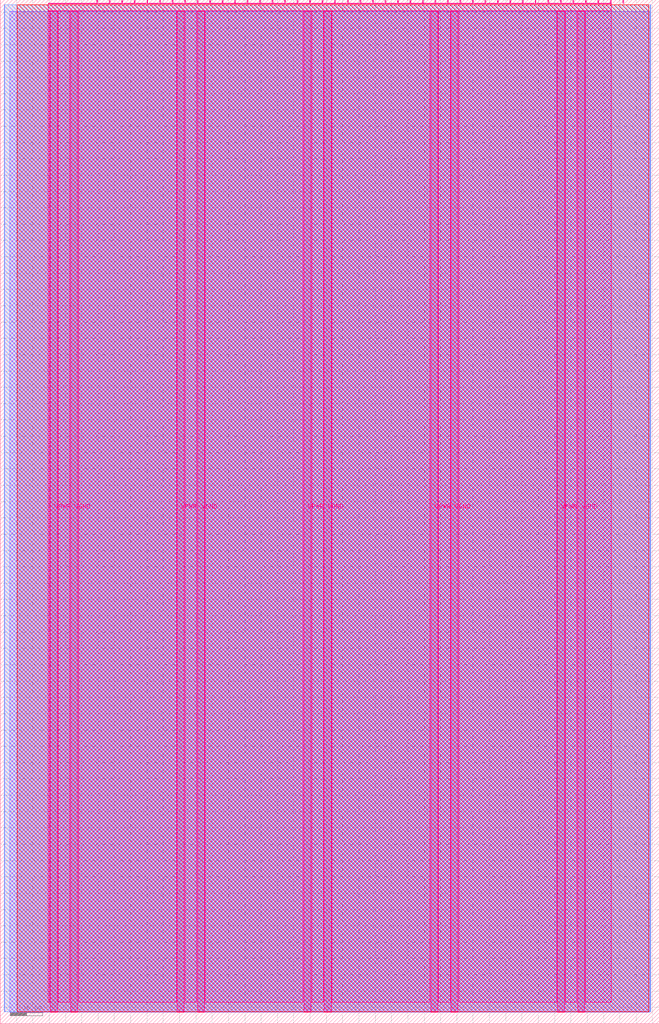
<source format=lef>
VERSION 5.7 ;
  NOWIREEXTENSIONATPIN ON ;
  DIVIDERCHAR "/" ;
  BUSBITCHARS "[]" ;
MACRO tt_um_rejunity_vga_test01
  CLASS BLOCK ;
  FOREIGN tt_um_rejunity_vga_test01 ;
  ORIGIN 0.000 0.000 ;
  SIZE 202.080 BY 313.740 ;
  PIN VGND
    DIRECTION INOUT ;
    USE GROUND ;
    PORT
      LAYER Metal5 ;
        RECT 21.580 3.560 23.780 310.180 ;
    END
    PORT
      LAYER Metal5 ;
        RECT 60.450 3.560 62.650 310.180 ;
    END
    PORT
      LAYER Metal5 ;
        RECT 99.320 3.560 101.520 310.180 ;
    END
    PORT
      LAYER Metal5 ;
        RECT 138.190 3.560 140.390 310.180 ;
    END
    PORT
      LAYER Metal5 ;
        RECT 177.060 3.560 179.260 310.180 ;
    END
  END VGND
  PIN VPWR
    DIRECTION INOUT ;
    USE POWER ;
    PORT
      LAYER Metal5 ;
        RECT 15.380 3.560 17.580 310.180 ;
    END
    PORT
      LAYER Metal5 ;
        RECT 54.250 3.560 56.450 310.180 ;
    END
    PORT
      LAYER Metal5 ;
        RECT 93.120 3.560 95.320 310.180 ;
    END
    PORT
      LAYER Metal5 ;
        RECT 131.990 3.560 134.190 310.180 ;
    END
    PORT
      LAYER Metal5 ;
        RECT 170.860 3.560 173.060 310.180 ;
    END
  END VPWR
  PIN clk
    DIRECTION INPUT ;
    USE SIGNAL ;
    ANTENNAGATEAREA 0.213200 ;
    PORT
      LAYER Metal5 ;
        RECT 187.050 312.740 187.350 313.740 ;
    END
  END clk
  PIN ena
    DIRECTION INPUT ;
    USE SIGNAL ;
    PORT
      LAYER Metal5 ;
        RECT 190.890 312.740 191.190 313.740 ;
    END
  END ena
  PIN rst_n
    DIRECTION INPUT ;
    USE SIGNAL ;
    ANTENNAGATEAREA 0.842400 ;
    PORT
      LAYER Metal5 ;
        RECT 183.210 312.740 183.510 313.740 ;
    END
  END rst_n
  PIN ui_in[0]
    DIRECTION INPUT ;
    USE SIGNAL ;
    PORT
      LAYER Metal5 ;
        RECT 179.370 312.740 179.670 313.740 ;
    END
  END ui_in[0]
  PIN ui_in[1]
    DIRECTION INPUT ;
    USE SIGNAL ;
    PORT
      LAYER Metal5 ;
        RECT 175.530 312.740 175.830 313.740 ;
    END
  END ui_in[1]
  PIN ui_in[2]
    DIRECTION INPUT ;
    USE SIGNAL ;
    PORT
      LAYER Metal5 ;
        RECT 171.690 312.740 171.990 313.740 ;
    END
  END ui_in[2]
  PIN ui_in[3]
    DIRECTION INPUT ;
    USE SIGNAL ;
    PORT
      LAYER Metal5 ;
        RECT 167.850 312.740 168.150 313.740 ;
    END
  END ui_in[3]
  PIN ui_in[4]
    DIRECTION INPUT ;
    USE SIGNAL ;
    PORT
      LAYER Metal5 ;
        RECT 164.010 312.740 164.310 313.740 ;
    END
  END ui_in[4]
  PIN ui_in[5]
    DIRECTION INPUT ;
    USE SIGNAL ;
    PORT
      LAYER Metal5 ;
        RECT 160.170 312.740 160.470 313.740 ;
    END
  END ui_in[5]
  PIN ui_in[6]
    DIRECTION INPUT ;
    USE SIGNAL ;
    PORT
      LAYER Metal5 ;
        RECT 156.330 312.740 156.630 313.740 ;
    END
  END ui_in[6]
  PIN ui_in[7]
    DIRECTION INPUT ;
    USE SIGNAL ;
    PORT
      LAYER Metal5 ;
        RECT 152.490 312.740 152.790 313.740 ;
    END
  END ui_in[7]
  PIN uio_in[0]
    DIRECTION INPUT ;
    USE SIGNAL ;
    PORT
      LAYER Metal5 ;
        RECT 148.650 312.740 148.950 313.740 ;
    END
  END uio_in[0]
  PIN uio_in[1]
    DIRECTION INPUT ;
    USE SIGNAL ;
    PORT
      LAYER Metal5 ;
        RECT 144.810 312.740 145.110 313.740 ;
    END
  END uio_in[1]
  PIN uio_in[2]
    DIRECTION INPUT ;
    USE SIGNAL ;
    PORT
      LAYER Metal5 ;
        RECT 140.970 312.740 141.270 313.740 ;
    END
  END uio_in[2]
  PIN uio_in[3]
    DIRECTION INPUT ;
    USE SIGNAL ;
    PORT
      LAYER Metal5 ;
        RECT 137.130 312.740 137.430 313.740 ;
    END
  END uio_in[3]
  PIN uio_in[4]
    DIRECTION INPUT ;
    USE SIGNAL ;
    PORT
      LAYER Metal5 ;
        RECT 133.290 312.740 133.590 313.740 ;
    END
  END uio_in[4]
  PIN uio_in[5]
    DIRECTION INPUT ;
    USE SIGNAL ;
    PORT
      LAYER Metal5 ;
        RECT 129.450 312.740 129.750 313.740 ;
    END
  END uio_in[5]
  PIN uio_in[6]
    DIRECTION INPUT ;
    USE SIGNAL ;
    PORT
      LAYER Metal5 ;
        RECT 125.610 312.740 125.910 313.740 ;
    END
  END uio_in[6]
  PIN uio_in[7]
    DIRECTION INPUT ;
    USE SIGNAL ;
    PORT
      LAYER Metal5 ;
        RECT 121.770 312.740 122.070 313.740 ;
    END
  END uio_in[7]
  PIN uio_oe[0]
    DIRECTION OUTPUT ;
    USE SIGNAL ;
    ANTENNADIFFAREA 0.392700 ;
    PORT
      LAYER Metal5 ;
        RECT 56.490 312.740 56.790 313.740 ;
    END
  END uio_oe[0]
  PIN uio_oe[1]
    DIRECTION OUTPUT ;
    USE SIGNAL ;
    ANTENNADIFFAREA 0.392700 ;
    PORT
      LAYER Metal5 ;
        RECT 52.650 312.740 52.950 313.740 ;
    END
  END uio_oe[1]
  PIN uio_oe[2]
    DIRECTION OUTPUT ;
    USE SIGNAL ;
    ANTENNADIFFAREA 0.392700 ;
    PORT
      LAYER Metal5 ;
        RECT 48.810 312.740 49.110 313.740 ;
    END
  END uio_oe[2]
  PIN uio_oe[3]
    DIRECTION OUTPUT ;
    USE SIGNAL ;
    ANTENNADIFFAREA 0.392700 ;
    PORT
      LAYER Metal5 ;
        RECT 44.970 312.740 45.270 313.740 ;
    END
  END uio_oe[3]
  PIN uio_oe[4]
    DIRECTION OUTPUT ;
    USE SIGNAL ;
    ANTENNADIFFAREA 0.392700 ;
    PORT
      LAYER Metal5 ;
        RECT 41.130 312.740 41.430 313.740 ;
    END
  END uio_oe[4]
  PIN uio_oe[5]
    DIRECTION OUTPUT ;
    USE SIGNAL ;
    ANTENNADIFFAREA 0.392700 ;
    PORT
      LAYER Metal5 ;
        RECT 37.290 312.740 37.590 313.740 ;
    END
  END uio_oe[5]
  PIN uio_oe[6]
    DIRECTION OUTPUT ;
    USE SIGNAL ;
    ANTENNADIFFAREA 0.392700 ;
    PORT
      LAYER Metal5 ;
        RECT 33.450 312.740 33.750 313.740 ;
    END
  END uio_oe[6]
  PIN uio_oe[7]
    DIRECTION OUTPUT ;
    USE SIGNAL ;
    ANTENNADIFFAREA 0.392700 ;
    PORT
      LAYER Metal5 ;
        RECT 29.610 312.740 29.910 313.740 ;
    END
  END uio_oe[7]
  PIN uio_out[0]
    DIRECTION OUTPUT ;
    USE SIGNAL ;
    ANTENNADIFFAREA 0.654800 ;
    PORT
      LAYER Metal5 ;
        RECT 87.210 312.740 87.510 313.740 ;
    END
  END uio_out[0]
  PIN uio_out[1]
    DIRECTION OUTPUT ;
    USE SIGNAL ;
    ANTENNADIFFAREA 0.654800 ;
    PORT
      LAYER Metal5 ;
        RECT 83.370 312.740 83.670 313.740 ;
    END
  END uio_out[1]
  PIN uio_out[2]
    DIRECTION OUTPUT ;
    USE SIGNAL ;
    ANTENNADIFFAREA 0.654800 ;
    PORT
      LAYER Metal5 ;
        RECT 79.530 312.740 79.830 313.740 ;
    END
  END uio_out[2]
  PIN uio_out[3]
    DIRECTION OUTPUT ;
    USE SIGNAL ;
    ANTENNADIFFAREA 0.654800 ;
    PORT
      LAYER Metal5 ;
        RECT 75.690 312.740 75.990 313.740 ;
    END
  END uio_out[3]
  PIN uio_out[4]
    DIRECTION OUTPUT ;
    USE SIGNAL ;
    ANTENNADIFFAREA 0.654800 ;
    PORT
      LAYER Metal5 ;
        RECT 71.850 312.740 72.150 313.740 ;
    END
  END uio_out[4]
  PIN uio_out[5]
    DIRECTION OUTPUT ;
    USE SIGNAL ;
    ANTENNADIFFAREA 0.654800 ;
    PORT
      LAYER Metal5 ;
        RECT 68.010 312.740 68.310 313.740 ;
    END
  END uio_out[5]
  PIN uio_out[6]
    DIRECTION OUTPUT ;
    USE SIGNAL ;
    ANTENNADIFFAREA 0.654800 ;
    PORT
      LAYER Metal5 ;
        RECT 64.170 312.740 64.470 313.740 ;
    END
  END uio_out[6]
  PIN uio_out[7]
    DIRECTION OUTPUT ;
    USE SIGNAL ;
    ANTENNAGATEAREA 1.264900 ;
    ANTENNADIFFAREA 0.632400 ;
    PORT
      LAYER Metal5 ;
        RECT 60.330 312.740 60.630 313.740 ;
    END
  END uio_out[7]
  PIN uo_out[0]
    DIRECTION OUTPUT ;
    USE SIGNAL ;
    ANTENNADIFFAREA 0.632400 ;
    PORT
      LAYER Metal5 ;
        RECT 117.930 312.740 118.230 313.740 ;
    END
  END uo_out[0]
  PIN uo_out[1]
    DIRECTION OUTPUT ;
    USE SIGNAL ;
    ANTENNADIFFAREA 0.632400 ;
    PORT
      LAYER Metal5 ;
        RECT 114.090 312.740 114.390 313.740 ;
    END
  END uo_out[1]
  PIN uo_out[2]
    DIRECTION OUTPUT ;
    USE SIGNAL ;
    ANTENNADIFFAREA 0.632400 ;
    PORT
      LAYER Metal5 ;
        RECT 110.250 312.740 110.550 313.740 ;
    END
  END uo_out[2]
  PIN uo_out[3]
    DIRECTION OUTPUT ;
    USE SIGNAL ;
    ANTENNADIFFAREA 0.632400 ;
    PORT
      LAYER Metal5 ;
        RECT 106.410 312.740 106.710 313.740 ;
    END
  END uo_out[3]
  PIN uo_out[4]
    DIRECTION OUTPUT ;
    USE SIGNAL ;
    ANTENNADIFFAREA 0.632400 ;
    PORT
      LAYER Metal5 ;
        RECT 102.570 312.740 102.870 313.740 ;
    END
  END uo_out[4]
  PIN uo_out[5]
    DIRECTION OUTPUT ;
    USE SIGNAL ;
    ANTENNADIFFAREA 0.632400 ;
    PORT
      LAYER Metal5 ;
        RECT 98.730 312.740 99.030 313.740 ;
    END
  END uo_out[5]
  PIN uo_out[6]
    DIRECTION OUTPUT ;
    USE SIGNAL ;
    ANTENNADIFFAREA 0.632400 ;
    PORT
      LAYER Metal5 ;
        RECT 94.890 312.740 95.190 313.740 ;
    END
  END uo_out[6]
  PIN uo_out[7]
    DIRECTION OUTPUT ;
    USE SIGNAL ;
    ANTENNADIFFAREA 0.632400 ;
    PORT
      LAYER Metal5 ;
        RECT 91.050 312.740 91.350 313.740 ;
    END
  END uo_out[7]
  OBS
      LAYER GatPoly ;
        RECT 2.880 3.630 199.200 310.110 ;
      LAYER Metal1 ;
        RECT 2.880 3.560 199.200 310.180 ;
      LAYER Metal2 ;
        RECT 1.295 3.680 199.475 312.160 ;
      LAYER Metal3 ;
        RECT 1.340 3.635 199.300 312.205 ;
      LAYER Metal4 ;
        RECT 5.135 3.680 198.865 312.160 ;
      LAYER Metal5 ;
        RECT 14.780 312.530 29.400 312.740 ;
        RECT 30.120 312.530 33.240 312.740 ;
        RECT 33.960 312.530 37.080 312.740 ;
        RECT 37.800 312.530 40.920 312.740 ;
        RECT 41.640 312.530 44.760 312.740 ;
        RECT 45.480 312.530 48.600 312.740 ;
        RECT 49.320 312.530 52.440 312.740 ;
        RECT 53.160 312.530 56.280 312.740 ;
        RECT 57.000 312.530 60.120 312.740 ;
        RECT 60.840 312.530 63.960 312.740 ;
        RECT 64.680 312.530 67.800 312.740 ;
        RECT 68.520 312.530 71.640 312.740 ;
        RECT 72.360 312.530 75.480 312.740 ;
        RECT 76.200 312.530 79.320 312.740 ;
        RECT 80.040 312.530 83.160 312.740 ;
        RECT 83.880 312.530 87.000 312.740 ;
        RECT 87.720 312.530 90.840 312.740 ;
        RECT 91.560 312.530 94.680 312.740 ;
        RECT 95.400 312.530 98.520 312.740 ;
        RECT 99.240 312.530 102.360 312.740 ;
        RECT 103.080 312.530 106.200 312.740 ;
        RECT 106.920 312.530 110.040 312.740 ;
        RECT 110.760 312.530 113.880 312.740 ;
        RECT 114.600 312.530 117.720 312.740 ;
        RECT 118.440 312.530 121.560 312.740 ;
        RECT 122.280 312.530 125.400 312.740 ;
        RECT 126.120 312.530 129.240 312.740 ;
        RECT 129.960 312.530 133.080 312.740 ;
        RECT 133.800 312.530 136.920 312.740 ;
        RECT 137.640 312.530 140.760 312.740 ;
        RECT 141.480 312.530 144.600 312.740 ;
        RECT 145.320 312.530 148.440 312.740 ;
        RECT 149.160 312.530 152.280 312.740 ;
        RECT 153.000 312.530 156.120 312.740 ;
        RECT 156.840 312.530 159.960 312.740 ;
        RECT 160.680 312.530 163.800 312.740 ;
        RECT 164.520 312.530 167.640 312.740 ;
        RECT 168.360 312.530 171.480 312.740 ;
        RECT 172.200 312.530 175.320 312.740 ;
        RECT 176.040 312.530 179.160 312.740 ;
        RECT 179.880 312.530 183.000 312.740 ;
        RECT 183.720 312.530 186.840 312.740 ;
        RECT 14.780 310.390 187.300 312.530 ;
        RECT 14.780 6.575 15.170 310.390 ;
        RECT 17.790 6.575 21.370 310.390 ;
        RECT 23.990 6.575 54.040 310.390 ;
        RECT 56.660 6.575 60.240 310.390 ;
        RECT 62.860 6.575 92.910 310.390 ;
        RECT 95.530 6.575 99.110 310.390 ;
        RECT 101.730 6.575 131.780 310.390 ;
        RECT 134.400 6.575 137.980 310.390 ;
        RECT 140.600 6.575 170.650 310.390 ;
        RECT 173.270 6.575 176.850 310.390 ;
        RECT 179.470 6.575 187.300 310.390 ;
  END
END tt_um_rejunity_vga_test01
END LIBRARY


</source>
